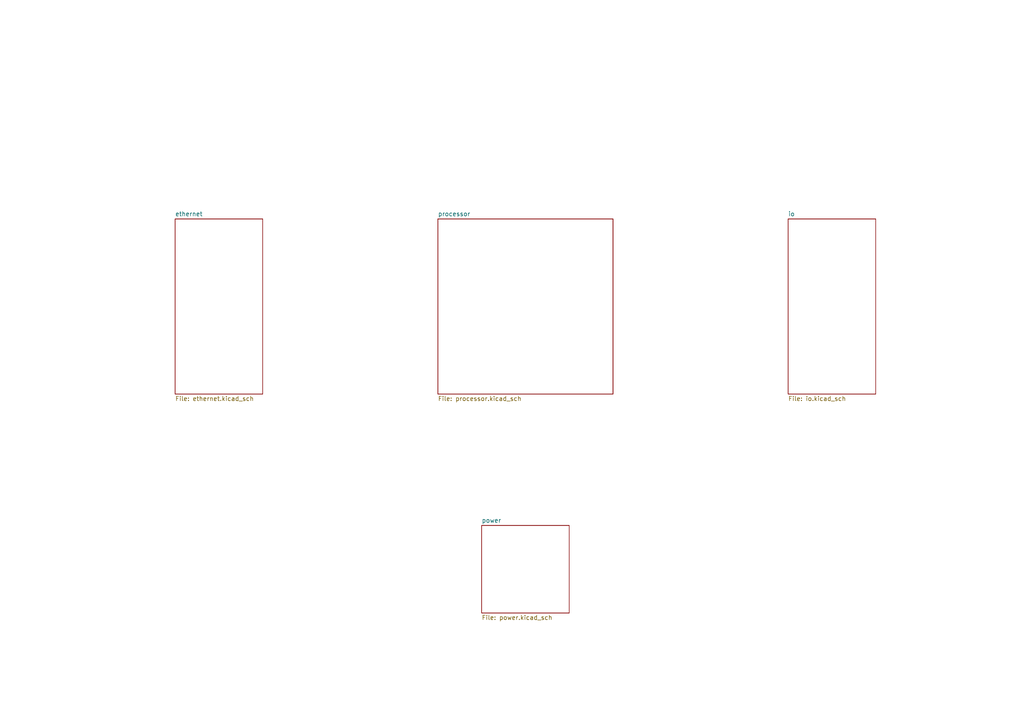
<source format=kicad_sch>
(kicad_sch
	(version 20231120)
	(generator "eeschema")
	(generator_version "8.0")
	(uuid "5defd195-0277-4d04-9f5f-69e505c9845c")
	(paper "A4")
	(lib_symbols)
	(sheet
		(at 50.8 63.5)
		(size 25.4 50.8)
		(fields_autoplaced yes)
		(stroke
			(width 0.1524)
			(type solid)
		)
		(fill
			(color 0 0 0 0.0000)
		)
		(uuid "3f49bcfb-bae6-46ff-af40-a6657170aa94")
		(property "Sheetname" "ethernet"
			(at 50.8 62.7884 0)
			(effects
				(font
					(size 1.27 1.27)
				)
				(justify left bottom)
			)
		)
		(property "Sheetfile" "ethernet.kicad_sch"
			(at 50.8 114.8846 0)
			(effects
				(font
					(size 1.27 1.27)
				)
				(justify left top)
			)
		)
		(instances
			(project "iot-contact"
				(path "/5defd195-0277-4d04-9f5f-69e505c9845c"
					(page "2")
				)
			)
		)
	)
	(sheet
		(at 228.6 63.5)
		(size 25.4 50.8)
		(fields_autoplaced yes)
		(stroke
			(width 0.1524)
			(type solid)
		)
		(fill
			(color 0 0 0 0.0000)
		)
		(uuid "774a1163-9519-4c75-bf10-cefc947dd50a")
		(property "Sheetname" "io"
			(at 228.6 62.7884 0)
			(effects
				(font
					(size 1.27 1.27)
				)
				(justify left bottom)
			)
		)
		(property "Sheetfile" "io.kicad_sch"
			(at 228.6 114.8846 0)
			(effects
				(font
					(size 1.27 1.27)
				)
				(justify left top)
			)
		)
		(instances
			(project "iot-contact"
				(path "/5defd195-0277-4d04-9f5f-69e505c9845c"
					(page "5")
				)
			)
		)
	)
	(sheet
		(at 127 63.5)
		(size 50.8 50.8)
		(fields_autoplaced yes)
		(stroke
			(width 0.1524)
			(type solid)
		)
		(fill
			(color 0 0 0 0.0000)
		)
		(uuid "9e600826-010a-409d-9a37-ea8e6fbe6058")
		(property "Sheetname" "processor"
			(at 127 62.7884 0)
			(effects
				(font
					(size 1.27 1.27)
				)
				(justify left bottom)
			)
		)
		(property "Sheetfile" "processor.kicad_sch"
			(at 127 114.8846 0)
			(effects
				(font
					(size 1.27 1.27)
				)
				(justify left top)
			)
		)
		(instances
			(project "iot-contact"
				(path "/5defd195-0277-4d04-9f5f-69e505c9845c"
					(page "3")
				)
			)
		)
	)
	(sheet
		(at 139.7 152.4)
		(size 25.4 25.4)
		(fields_autoplaced yes)
		(stroke
			(width 0.1524)
			(type solid)
		)
		(fill
			(color 0 0 0 0.0000)
		)
		(uuid "beb75790-f0de-47e4-906f-fee3b6a2625b")
		(property "Sheetname" "power"
			(at 139.7 151.6884 0)
			(effects
				(font
					(size 1.27 1.27)
				)
				(justify left bottom)
			)
		)
		(property "Sheetfile" "power.kicad_sch"
			(at 139.7 178.3846 0)
			(effects
				(font
					(size 1.27 1.27)
				)
				(justify left top)
			)
		)
		(instances
			(project "iot-contact"
				(path "/5defd195-0277-4d04-9f5f-69e505c9845c"
					(page "4")
				)
			)
		)
	)
	(sheet_instances
		(path "/"
			(page "1")
		)
	)
)

</source>
